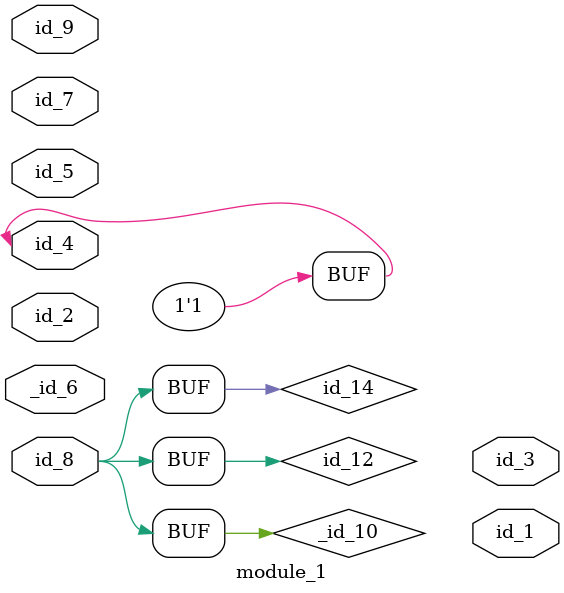
<source format=v>
module module_0;
endmodule
module module_1 #(
    parameter id_10 = 32'd67,
    parameter id_6  = 32'd47
) (
    id_1,
    id_2,
    id_3,
    id_4,
    id_5,
    _id_6,
    id_7,
    id_8,
    id_9
);
  inout wire id_9;
  inout wire id_8;
  inout wire id_7;
  input wire _id_6;
  inout wire id_5;
  inout wand id_4;
  output wire id_3;
  input wire id_2;
  output wire id_1;
  assign id_4 = -1;
  module_0 modCall_1 ();
  wire _id_10 = id_8, id_11[id_10  .  id_6 : -1];
  wire id_12, id_13;
  wire id_14, id_15;
  assign id_8  = id_12;
  assign id_12 = id_14;
  wire id_16;
endmodule

</source>
